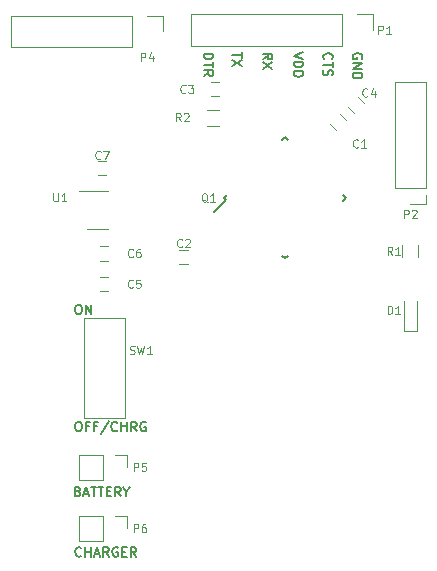
<source format=gto>
G04 #@! TF.FileFunction,Legend,Top*
%FSLAX46Y46*%
G04 Gerber Fmt 4.6, Leading zero omitted, Abs format (unit mm)*
G04 Created by KiCad (PCBNEW 4.0.4-stable) date Wednesday, September 27, 2017 'PMt' 07:18:26 PM*
%MOMM*%
%LPD*%
G01*
G04 APERTURE LIST*
%ADD10C,0.100000*%
%ADD11C,0.150000*%
%ADD12C,0.120000*%
G04 APERTURE END LIST*
D10*
D11*
X147142857Y-131461905D02*
X147295238Y-131461905D01*
X147371429Y-131500000D01*
X147447619Y-131576190D01*
X147485714Y-131728571D01*
X147485714Y-131995238D01*
X147447619Y-132147619D01*
X147371429Y-132223810D01*
X147295238Y-132261905D01*
X147142857Y-132261905D01*
X147066667Y-132223810D01*
X146990476Y-132147619D01*
X146952381Y-131995238D01*
X146952381Y-131728571D01*
X146990476Y-131576190D01*
X147066667Y-131500000D01*
X147142857Y-131461905D01*
X148095238Y-131842857D02*
X147828571Y-131842857D01*
X147828571Y-132261905D02*
X147828571Y-131461905D01*
X148209524Y-131461905D01*
X148780952Y-131842857D02*
X148514285Y-131842857D01*
X148514285Y-132261905D02*
X148514285Y-131461905D01*
X148895238Y-131461905D01*
X149771428Y-131423810D02*
X149085713Y-132452381D01*
X150495237Y-132185714D02*
X150457142Y-132223810D01*
X150342856Y-132261905D01*
X150266666Y-132261905D01*
X150152380Y-132223810D01*
X150076189Y-132147619D01*
X150038094Y-132071429D01*
X149999999Y-131919048D01*
X149999999Y-131804762D01*
X150038094Y-131652381D01*
X150076189Y-131576190D01*
X150152380Y-131500000D01*
X150266666Y-131461905D01*
X150342856Y-131461905D01*
X150457142Y-131500000D01*
X150495237Y-131538095D01*
X150838094Y-132261905D02*
X150838094Y-131461905D01*
X150838094Y-131842857D02*
X151295237Y-131842857D01*
X151295237Y-132261905D02*
X151295237Y-131461905D01*
X152133332Y-132261905D02*
X151866665Y-131880952D01*
X151676189Y-132261905D02*
X151676189Y-131461905D01*
X151980951Y-131461905D01*
X152057142Y-131500000D01*
X152095237Y-131538095D01*
X152133332Y-131614286D01*
X152133332Y-131728571D01*
X152095237Y-131804762D01*
X152057142Y-131842857D01*
X151980951Y-131880952D01*
X151676189Y-131880952D01*
X152895237Y-131500000D02*
X152819046Y-131461905D01*
X152704761Y-131461905D01*
X152590475Y-131500000D01*
X152514284Y-131576190D01*
X152476189Y-131652381D01*
X152438094Y-131804762D01*
X152438094Y-131919048D01*
X152476189Y-132071429D01*
X152514284Y-132147619D01*
X152590475Y-132223810D01*
X152704761Y-132261905D01*
X152780951Y-132261905D01*
X152895237Y-132223810D01*
X152933332Y-132185714D01*
X152933332Y-131919048D01*
X152780951Y-131919048D01*
X147142857Y-121561905D02*
X147295238Y-121561905D01*
X147371429Y-121600000D01*
X147447619Y-121676190D01*
X147485714Y-121828571D01*
X147485714Y-122095238D01*
X147447619Y-122247619D01*
X147371429Y-122323810D01*
X147295238Y-122361905D01*
X147142857Y-122361905D01*
X147066667Y-122323810D01*
X146990476Y-122247619D01*
X146952381Y-122095238D01*
X146952381Y-121828571D01*
X146990476Y-121676190D01*
X147066667Y-121600000D01*
X147142857Y-121561905D01*
X147828571Y-122361905D02*
X147828571Y-121561905D01*
X148285714Y-122361905D01*
X148285714Y-121561905D01*
X166238095Y-100176190D02*
X165438095Y-100442857D01*
X166238095Y-100709524D01*
X165438095Y-100976190D02*
X166238095Y-100976190D01*
X166238095Y-101166666D01*
X166200000Y-101280952D01*
X166123810Y-101357143D01*
X166047619Y-101395238D01*
X165895238Y-101433333D01*
X165780952Y-101433333D01*
X165628571Y-101395238D01*
X165552381Y-101357143D01*
X165476190Y-101280952D01*
X165438095Y-101166666D01*
X165438095Y-100976190D01*
X165438095Y-101776190D02*
X166238095Y-101776190D01*
X166238095Y-101966666D01*
X166200000Y-102080952D01*
X166123810Y-102157143D01*
X166047619Y-102195238D01*
X165895238Y-102233333D01*
X165780952Y-102233333D01*
X165628571Y-102195238D01*
X165552381Y-102157143D01*
X165476190Y-102080952D01*
X165438095Y-101966666D01*
X165438095Y-101776190D01*
X171200000Y-100709524D02*
X171238095Y-100633333D01*
X171238095Y-100519048D01*
X171200000Y-100404762D01*
X171123810Y-100328571D01*
X171047619Y-100290476D01*
X170895238Y-100252381D01*
X170780952Y-100252381D01*
X170628571Y-100290476D01*
X170552381Y-100328571D01*
X170476190Y-100404762D01*
X170438095Y-100519048D01*
X170438095Y-100595238D01*
X170476190Y-100709524D01*
X170514286Y-100747619D01*
X170780952Y-100747619D01*
X170780952Y-100595238D01*
X170438095Y-101090476D02*
X171238095Y-101090476D01*
X170438095Y-101547619D01*
X171238095Y-101547619D01*
X170438095Y-101928571D02*
X171238095Y-101928571D01*
X171238095Y-102119047D01*
X171200000Y-102233333D01*
X171123810Y-102309524D01*
X171047619Y-102347619D01*
X170895238Y-102385714D01*
X170780952Y-102385714D01*
X170628571Y-102347619D01*
X170552381Y-102309524D01*
X170476190Y-102233333D01*
X170438095Y-102119047D01*
X170438095Y-101928571D01*
X168014286Y-100747619D02*
X167976190Y-100709524D01*
X167938095Y-100595238D01*
X167938095Y-100519048D01*
X167976190Y-100404762D01*
X168052381Y-100328571D01*
X168128571Y-100290476D01*
X168280952Y-100252381D01*
X168395238Y-100252381D01*
X168547619Y-100290476D01*
X168623810Y-100328571D01*
X168700000Y-100404762D01*
X168738095Y-100519048D01*
X168738095Y-100595238D01*
X168700000Y-100709524D01*
X168661905Y-100747619D01*
X168738095Y-100976190D02*
X168738095Y-101433333D01*
X167938095Y-101204762D02*
X168738095Y-101204762D01*
X167976190Y-101661905D02*
X167938095Y-101776191D01*
X167938095Y-101966667D01*
X167976190Y-102042857D01*
X168014286Y-102080953D01*
X168090476Y-102119048D01*
X168166667Y-102119048D01*
X168242857Y-102080953D01*
X168280952Y-102042857D01*
X168319048Y-101966667D01*
X168357143Y-101814286D01*
X168395238Y-101738095D01*
X168433333Y-101700000D01*
X168509524Y-101661905D01*
X168585714Y-101661905D01*
X168661905Y-101700000D01*
X168700000Y-101738095D01*
X168738095Y-101814286D01*
X168738095Y-102004762D01*
X168700000Y-102119048D01*
X162838095Y-100747619D02*
X163219048Y-100480952D01*
X162838095Y-100290476D02*
X163638095Y-100290476D01*
X163638095Y-100595238D01*
X163600000Y-100671429D01*
X163561905Y-100709524D01*
X163485714Y-100747619D01*
X163371429Y-100747619D01*
X163295238Y-100709524D01*
X163257143Y-100671429D01*
X163219048Y-100595238D01*
X163219048Y-100290476D01*
X163638095Y-101014286D02*
X162838095Y-101547619D01*
X163638095Y-101547619D02*
X162838095Y-101014286D01*
X161038095Y-100176190D02*
X161038095Y-100633333D01*
X160238095Y-100404762D02*
X161038095Y-100404762D01*
X161038095Y-100823810D02*
X160238095Y-101357143D01*
X161038095Y-101357143D02*
X160238095Y-100823810D01*
X157838095Y-100290476D02*
X158638095Y-100290476D01*
X158638095Y-100480952D01*
X158600000Y-100595238D01*
X158523810Y-100671429D01*
X158447619Y-100709524D01*
X158295238Y-100747619D01*
X158180952Y-100747619D01*
X158028571Y-100709524D01*
X157952381Y-100671429D01*
X157876190Y-100595238D01*
X157838095Y-100480952D01*
X157838095Y-100290476D01*
X158638095Y-100976190D02*
X158638095Y-101433333D01*
X157838095Y-101204762D02*
X158638095Y-101204762D01*
X157838095Y-102157143D02*
X158219048Y-101890476D01*
X157838095Y-101700000D02*
X158638095Y-101700000D01*
X158638095Y-102004762D01*
X158600000Y-102080953D01*
X158561905Y-102119048D01*
X158485714Y-102157143D01*
X158371429Y-102157143D01*
X158295238Y-102119048D01*
X158257143Y-102080953D01*
X158219048Y-102004762D01*
X158219048Y-101700000D01*
X147157143Y-137342857D02*
X147271429Y-137380952D01*
X147309524Y-137419048D01*
X147347619Y-137495238D01*
X147347619Y-137609524D01*
X147309524Y-137685714D01*
X147271429Y-137723810D01*
X147195238Y-137761905D01*
X146890476Y-137761905D01*
X146890476Y-136961905D01*
X147157143Y-136961905D01*
X147233333Y-137000000D01*
X147271429Y-137038095D01*
X147309524Y-137114286D01*
X147309524Y-137190476D01*
X147271429Y-137266667D01*
X147233333Y-137304762D01*
X147157143Y-137342857D01*
X146890476Y-137342857D01*
X147652381Y-137533333D02*
X148033333Y-137533333D01*
X147576190Y-137761905D02*
X147842857Y-136961905D01*
X148109524Y-137761905D01*
X148261904Y-136961905D02*
X148719047Y-136961905D01*
X148490476Y-137761905D02*
X148490476Y-136961905D01*
X148871428Y-136961905D02*
X149328571Y-136961905D01*
X149100000Y-137761905D02*
X149100000Y-136961905D01*
X149595238Y-137342857D02*
X149861905Y-137342857D01*
X149976191Y-137761905D02*
X149595238Y-137761905D01*
X149595238Y-136961905D01*
X149976191Y-136961905D01*
X150776191Y-137761905D02*
X150509524Y-137380952D01*
X150319048Y-137761905D02*
X150319048Y-136961905D01*
X150623810Y-136961905D01*
X150700001Y-137000000D01*
X150738096Y-137038095D01*
X150776191Y-137114286D01*
X150776191Y-137228571D01*
X150738096Y-137304762D01*
X150700001Y-137342857D01*
X150623810Y-137380952D01*
X150319048Y-137380952D01*
X151271429Y-137380952D02*
X151271429Y-137761905D01*
X151004762Y-136961905D02*
X151271429Y-137380952D01*
X151538096Y-136961905D01*
X147447619Y-142785714D02*
X147409524Y-142823810D01*
X147295238Y-142861905D01*
X147219048Y-142861905D01*
X147104762Y-142823810D01*
X147028571Y-142747619D01*
X146990476Y-142671429D01*
X146952381Y-142519048D01*
X146952381Y-142404762D01*
X146990476Y-142252381D01*
X147028571Y-142176190D01*
X147104762Y-142100000D01*
X147219048Y-142061905D01*
X147295238Y-142061905D01*
X147409524Y-142100000D01*
X147447619Y-142138095D01*
X147790476Y-142861905D02*
X147790476Y-142061905D01*
X147790476Y-142442857D02*
X148247619Y-142442857D01*
X148247619Y-142861905D02*
X148247619Y-142061905D01*
X148590476Y-142633333D02*
X148971428Y-142633333D01*
X148514285Y-142861905D02*
X148780952Y-142061905D01*
X149047619Y-142861905D01*
X149771428Y-142861905D02*
X149504761Y-142480952D01*
X149314285Y-142861905D02*
X149314285Y-142061905D01*
X149619047Y-142061905D01*
X149695238Y-142100000D01*
X149733333Y-142138095D01*
X149771428Y-142214286D01*
X149771428Y-142328571D01*
X149733333Y-142404762D01*
X149695238Y-142442857D01*
X149619047Y-142480952D01*
X149314285Y-142480952D01*
X150533333Y-142100000D02*
X150457142Y-142061905D01*
X150342857Y-142061905D01*
X150228571Y-142100000D01*
X150152380Y-142176190D01*
X150114285Y-142252381D01*
X150076190Y-142404762D01*
X150076190Y-142519048D01*
X150114285Y-142671429D01*
X150152380Y-142747619D01*
X150228571Y-142823810D01*
X150342857Y-142861905D01*
X150419047Y-142861905D01*
X150533333Y-142823810D01*
X150571428Y-142785714D01*
X150571428Y-142519048D01*
X150419047Y-142519048D01*
X150914285Y-142442857D02*
X151180952Y-142442857D01*
X151295238Y-142861905D02*
X150914285Y-142861905D01*
X150914285Y-142061905D01*
X151295238Y-142061905D01*
X152095238Y-142861905D02*
X151828571Y-142480952D01*
X151638095Y-142861905D02*
X151638095Y-142061905D01*
X151942857Y-142061905D01*
X152019048Y-142100000D01*
X152057143Y-142138095D01*
X152095238Y-142214286D01*
X152095238Y-142328571D01*
X152057143Y-142404762D01*
X152019048Y-142442857D01*
X151942857Y-142480952D01*
X151638095Y-142480952D01*
D12*
X176630000Y-111655000D02*
X176630000Y-102705000D01*
X176630000Y-102705000D02*
X173970000Y-102705000D01*
X173970000Y-102705000D02*
X173970000Y-111655000D01*
X173970000Y-111655000D02*
X176630000Y-111655000D01*
X176630000Y-112290000D02*
X176630000Y-112985000D01*
X176630000Y-112985000D02*
X175300000Y-112985000D01*
X151730000Y-97070000D02*
X141510000Y-97070000D01*
X141510000Y-97070000D02*
X141510000Y-99730000D01*
X141510000Y-99730000D02*
X151730000Y-99730000D01*
X151730000Y-99730000D02*
X151730000Y-97070000D01*
X153000000Y-97070000D02*
X154330000Y-97070000D01*
X154330000Y-97070000D02*
X154330000Y-98400000D01*
X169530000Y-96970000D02*
X156770000Y-96970000D01*
X156770000Y-96970000D02*
X156770000Y-99630000D01*
X156770000Y-99630000D02*
X169530000Y-99630000D01*
X169530000Y-99630000D02*
X169530000Y-96970000D01*
X170800000Y-96970000D02*
X172130000Y-96970000D01*
X172130000Y-96970000D02*
X172130000Y-98300000D01*
D11*
X159573476Y-112500000D02*
X159732575Y-112659099D01*
X164700000Y-107373476D02*
X164929810Y-107603286D01*
X169826524Y-112500000D02*
X169596714Y-112270190D01*
X164700000Y-117626524D02*
X164470190Y-117396714D01*
X159573476Y-112500000D02*
X159803286Y-112270190D01*
X164700000Y-117626524D02*
X164929810Y-117396714D01*
X169826524Y-112500000D02*
X169596714Y-112729810D01*
X164700000Y-107373476D02*
X164470190Y-107603286D01*
X159732575Y-112659099D02*
X158724948Y-113666726D01*
D12*
X169023223Y-106771751D02*
X168528249Y-106276777D01*
X169376777Y-105428249D02*
X169871751Y-105923223D01*
X156450000Y-118100000D02*
X155750000Y-118100000D01*
X155750000Y-116900000D02*
X156450000Y-116900000D01*
X159150000Y-103900000D02*
X158450000Y-103900000D01*
X158450000Y-102700000D02*
X159150000Y-102700000D01*
X170523223Y-105271751D02*
X170028249Y-104776777D01*
X170876777Y-103928249D02*
X171371751Y-104423223D01*
X149050000Y-119200000D02*
X149750000Y-119200000D01*
X149750000Y-120400000D02*
X149050000Y-120400000D01*
X149750000Y-117800000D02*
X149050000Y-117800000D01*
X149050000Y-116600000D02*
X149750000Y-116600000D01*
X149550000Y-110600000D02*
X148850000Y-110600000D01*
X148850000Y-109400000D02*
X149550000Y-109400000D01*
X174620000Y-117500000D02*
X174620000Y-116500000D01*
X175980000Y-116500000D02*
X175980000Y-117500000D01*
X159100000Y-106380000D02*
X158100000Y-106380000D01*
X158100000Y-105020000D02*
X159100000Y-105020000D01*
D10*
X151150000Y-122650000D02*
X147650000Y-122650000D01*
X151150000Y-131150000D02*
X147650000Y-131150000D01*
X147650000Y-122650000D02*
X147650000Y-131150000D01*
X151150000Y-122650000D02*
X151150000Y-131150000D01*
D12*
X147900000Y-115110000D02*
X149700000Y-115110000D01*
X149700000Y-111890000D02*
X147250000Y-111890000D01*
X149300000Y-134240000D02*
X147240000Y-134240000D01*
X147240000Y-134240000D02*
X147240000Y-136360000D01*
X147240000Y-136360000D02*
X149300000Y-136360000D01*
X149300000Y-136360000D02*
X149300000Y-134240000D01*
X150300000Y-134240000D02*
X151360000Y-134240000D01*
X151360000Y-134240000D02*
X151360000Y-135300000D01*
X174750000Y-123800000D02*
X175850000Y-123800000D01*
X175850000Y-123800000D02*
X175850000Y-121200000D01*
X174750000Y-123800000D02*
X174750000Y-121200000D01*
X149300000Y-139402000D02*
X147240000Y-139402000D01*
X147240000Y-139402000D02*
X147240000Y-141522000D01*
X147240000Y-141522000D02*
X149300000Y-141522000D01*
X149300000Y-141522000D02*
X149300000Y-139402000D01*
X150300000Y-139402000D02*
X151360000Y-139402000D01*
X151360000Y-139402000D02*
X151360000Y-140462000D01*
D10*
X174783334Y-114206667D02*
X174783334Y-113506667D01*
X175050000Y-113506667D01*
X175116667Y-113540000D01*
X175150000Y-113573333D01*
X175183334Y-113640000D01*
X175183334Y-113740000D01*
X175150000Y-113806667D01*
X175116667Y-113840000D01*
X175050000Y-113873333D01*
X174783334Y-113873333D01*
X175450000Y-113573333D02*
X175483334Y-113540000D01*
X175550000Y-113506667D01*
X175716667Y-113506667D01*
X175783334Y-113540000D01*
X175816667Y-113573333D01*
X175850000Y-113640000D01*
X175850000Y-113706667D01*
X175816667Y-113806667D01*
X175416667Y-114206667D01*
X175850000Y-114206667D01*
X152483334Y-100916667D02*
X152483334Y-100216667D01*
X152750000Y-100216667D01*
X152816667Y-100250000D01*
X152850000Y-100283333D01*
X152883334Y-100350000D01*
X152883334Y-100450000D01*
X152850000Y-100516667D01*
X152816667Y-100550000D01*
X152750000Y-100583333D01*
X152483334Y-100583333D01*
X153483334Y-100450000D02*
X153483334Y-100916667D01*
X153316667Y-100183333D02*
X153150000Y-100683333D01*
X153583334Y-100683333D01*
X172598334Y-98616667D02*
X172598334Y-97916667D01*
X172865000Y-97916667D01*
X172931667Y-97950000D01*
X172965000Y-97983333D01*
X172998334Y-98050000D01*
X172998334Y-98150000D01*
X172965000Y-98216667D01*
X172931667Y-98250000D01*
X172865000Y-98283333D01*
X172598334Y-98283333D01*
X173665000Y-98616667D02*
X173265000Y-98616667D01*
X173465000Y-98616667D02*
X173465000Y-97916667D01*
X173398334Y-98016667D01*
X173331667Y-98083333D01*
X173265000Y-98116667D01*
X158156332Y-112883333D02*
X158089666Y-112850000D01*
X158022999Y-112783333D01*
X157922999Y-112683333D01*
X157856332Y-112650000D01*
X157789666Y-112650000D01*
X157822999Y-112816667D02*
X157756332Y-112783333D01*
X157689666Y-112716667D01*
X157656332Y-112583333D01*
X157656332Y-112350000D01*
X157689666Y-112216667D01*
X157756332Y-112150000D01*
X157822999Y-112116667D01*
X157956332Y-112116667D01*
X158022999Y-112150000D01*
X158089666Y-112216667D01*
X158122999Y-112350000D01*
X158122999Y-112583333D01*
X158089666Y-112716667D01*
X158022999Y-112783333D01*
X157956332Y-112816667D01*
X157822999Y-112816667D01*
X158789665Y-112816667D02*
X158389665Y-112816667D01*
X158589665Y-112816667D02*
X158589665Y-112116667D01*
X158522999Y-112216667D01*
X158456332Y-112283333D01*
X158389665Y-112316667D01*
X170884334Y-108170000D02*
X170851000Y-108203333D01*
X170751000Y-108236667D01*
X170684334Y-108236667D01*
X170584334Y-108203333D01*
X170517667Y-108136667D01*
X170484334Y-108070000D01*
X170451000Y-107936667D01*
X170451000Y-107836667D01*
X170484334Y-107703333D01*
X170517667Y-107636667D01*
X170584334Y-107570000D01*
X170684334Y-107536667D01*
X170751000Y-107536667D01*
X170851000Y-107570000D01*
X170884334Y-107603333D01*
X171551000Y-108236667D02*
X171151000Y-108236667D01*
X171351000Y-108236667D02*
X171351000Y-107536667D01*
X171284334Y-107636667D01*
X171217667Y-107703333D01*
X171151000Y-107736667D01*
X155983334Y-116607000D02*
X155950000Y-116640333D01*
X155850000Y-116673667D01*
X155783334Y-116673667D01*
X155683334Y-116640333D01*
X155616667Y-116573667D01*
X155583334Y-116507000D01*
X155550000Y-116373667D01*
X155550000Y-116273667D01*
X155583334Y-116140333D01*
X155616667Y-116073667D01*
X155683334Y-116007000D01*
X155783334Y-115973667D01*
X155850000Y-115973667D01*
X155950000Y-116007000D01*
X155983334Y-116040333D01*
X156250000Y-116040333D02*
X156283334Y-116007000D01*
X156350000Y-115973667D01*
X156516667Y-115973667D01*
X156583334Y-116007000D01*
X156616667Y-116040333D01*
X156650000Y-116107000D01*
X156650000Y-116173667D01*
X156616667Y-116273667D01*
X156216667Y-116673667D01*
X156650000Y-116673667D01*
X156283334Y-103553571D02*
X156250000Y-103587381D01*
X156150000Y-103621190D01*
X156083334Y-103621190D01*
X155983334Y-103587381D01*
X155916667Y-103519762D01*
X155883334Y-103452143D01*
X155850000Y-103316905D01*
X155850000Y-103215476D01*
X155883334Y-103080238D01*
X155916667Y-103012619D01*
X155983334Y-102945000D01*
X156083334Y-102911190D01*
X156150000Y-102911190D01*
X156250000Y-102945000D01*
X156283334Y-102978810D01*
X156516667Y-102911190D02*
X156950000Y-102911190D01*
X156716667Y-103181667D01*
X156816667Y-103181667D01*
X156883334Y-103215476D01*
X156916667Y-103249286D01*
X156950000Y-103316905D01*
X156950000Y-103485952D01*
X156916667Y-103553571D01*
X156883334Y-103587381D01*
X156816667Y-103621190D01*
X156616667Y-103621190D01*
X156550000Y-103587381D01*
X156516667Y-103553571D01*
X171683334Y-103850000D02*
X171650000Y-103883333D01*
X171550000Y-103916667D01*
X171483334Y-103916667D01*
X171383334Y-103883333D01*
X171316667Y-103816667D01*
X171283334Y-103750000D01*
X171250000Y-103616667D01*
X171250000Y-103516667D01*
X171283334Y-103383333D01*
X171316667Y-103316667D01*
X171383334Y-103250000D01*
X171483334Y-103216667D01*
X171550000Y-103216667D01*
X171650000Y-103250000D01*
X171683334Y-103283333D01*
X172283334Y-103450000D02*
X172283334Y-103916667D01*
X172116667Y-103183333D02*
X171950000Y-103683333D01*
X172383334Y-103683333D01*
X151823334Y-120050000D02*
X151790000Y-120083333D01*
X151690000Y-120116667D01*
X151623334Y-120116667D01*
X151523334Y-120083333D01*
X151456667Y-120016667D01*
X151423334Y-119950000D01*
X151390000Y-119816667D01*
X151390000Y-119716667D01*
X151423334Y-119583333D01*
X151456667Y-119516667D01*
X151523334Y-119450000D01*
X151623334Y-119416667D01*
X151690000Y-119416667D01*
X151790000Y-119450000D01*
X151823334Y-119483333D01*
X152456667Y-119416667D02*
X152123334Y-119416667D01*
X152090000Y-119750000D01*
X152123334Y-119716667D01*
X152190000Y-119683333D01*
X152356667Y-119683333D01*
X152423334Y-119716667D01*
X152456667Y-119750000D01*
X152490000Y-119816667D01*
X152490000Y-119983333D01*
X152456667Y-120050000D01*
X152423334Y-120083333D01*
X152356667Y-120116667D01*
X152190000Y-120116667D01*
X152123334Y-120083333D01*
X152090000Y-120050000D01*
X151823334Y-117450000D02*
X151790000Y-117483333D01*
X151690000Y-117516667D01*
X151623334Y-117516667D01*
X151523334Y-117483333D01*
X151456667Y-117416667D01*
X151423334Y-117350000D01*
X151390000Y-117216667D01*
X151390000Y-117116667D01*
X151423334Y-116983333D01*
X151456667Y-116916667D01*
X151523334Y-116850000D01*
X151623334Y-116816667D01*
X151690000Y-116816667D01*
X151790000Y-116850000D01*
X151823334Y-116883333D01*
X152423334Y-116816667D02*
X152290000Y-116816667D01*
X152223334Y-116850000D01*
X152190000Y-116883333D01*
X152123334Y-116983333D01*
X152090000Y-117116667D01*
X152090000Y-117383333D01*
X152123334Y-117450000D01*
X152156667Y-117483333D01*
X152223334Y-117516667D01*
X152356667Y-117516667D01*
X152423334Y-117483333D01*
X152456667Y-117450000D01*
X152490000Y-117383333D01*
X152490000Y-117216667D01*
X152456667Y-117150000D01*
X152423334Y-117116667D01*
X152356667Y-117083333D01*
X152223334Y-117083333D01*
X152156667Y-117116667D01*
X152123334Y-117150000D01*
X152090000Y-117216667D01*
X149083334Y-109150000D02*
X149050000Y-109183333D01*
X148950000Y-109216667D01*
X148883334Y-109216667D01*
X148783334Y-109183333D01*
X148716667Y-109116667D01*
X148683334Y-109050000D01*
X148650000Y-108916667D01*
X148650000Y-108816667D01*
X148683334Y-108683333D01*
X148716667Y-108616667D01*
X148783334Y-108550000D01*
X148883334Y-108516667D01*
X148950000Y-108516667D01*
X149050000Y-108550000D01*
X149083334Y-108583333D01*
X149316667Y-108516667D02*
X149783334Y-108516667D01*
X149483334Y-109216667D01*
X173783334Y-117316667D02*
X173550000Y-116983333D01*
X173383334Y-117316667D02*
X173383334Y-116616667D01*
X173650000Y-116616667D01*
X173716667Y-116650000D01*
X173750000Y-116683333D01*
X173783334Y-116750000D01*
X173783334Y-116850000D01*
X173750000Y-116916667D01*
X173716667Y-116950000D01*
X173650000Y-116983333D01*
X173383334Y-116983333D01*
X174450000Y-117316667D02*
X174050000Y-117316667D01*
X174250000Y-117316667D02*
X174250000Y-116616667D01*
X174183334Y-116716667D01*
X174116667Y-116783333D01*
X174050000Y-116816667D01*
X155883334Y-106016667D02*
X155650000Y-105683333D01*
X155483334Y-106016667D02*
X155483334Y-105316667D01*
X155750000Y-105316667D01*
X155816667Y-105350000D01*
X155850000Y-105383333D01*
X155883334Y-105450000D01*
X155883334Y-105550000D01*
X155850000Y-105616667D01*
X155816667Y-105650000D01*
X155750000Y-105683333D01*
X155483334Y-105683333D01*
X156150000Y-105383333D02*
X156183334Y-105350000D01*
X156250000Y-105316667D01*
X156416667Y-105316667D01*
X156483334Y-105350000D01*
X156516667Y-105383333D01*
X156550000Y-105450000D01*
X156550000Y-105516667D01*
X156516667Y-105616667D01*
X156116667Y-106016667D01*
X156550000Y-106016667D01*
X151566666Y-125683333D02*
X151666666Y-125716667D01*
X151833333Y-125716667D01*
X151900000Y-125683333D01*
X151933333Y-125650000D01*
X151966666Y-125583333D01*
X151966666Y-125516667D01*
X151933333Y-125450000D01*
X151900000Y-125416667D01*
X151833333Y-125383333D01*
X151700000Y-125350000D01*
X151633333Y-125316667D01*
X151600000Y-125283333D01*
X151566666Y-125216667D01*
X151566666Y-125150000D01*
X151600000Y-125083333D01*
X151633333Y-125050000D01*
X151700000Y-125016667D01*
X151866666Y-125016667D01*
X151966666Y-125050000D01*
X152200000Y-125016667D02*
X152366667Y-125716667D01*
X152500000Y-125216667D01*
X152633333Y-125716667D01*
X152800000Y-125016667D01*
X153433333Y-125716667D02*
X153033333Y-125716667D01*
X153233333Y-125716667D02*
X153233333Y-125016667D01*
X153166667Y-125116667D01*
X153100000Y-125183333D01*
X153033333Y-125216667D01*
X145091667Y-112100667D02*
X145091667Y-112667333D01*
X145125000Y-112734000D01*
X145158333Y-112767333D01*
X145225000Y-112800667D01*
X145358333Y-112800667D01*
X145425000Y-112767333D01*
X145458333Y-112734000D01*
X145491667Y-112667333D01*
X145491667Y-112100667D01*
X146191666Y-112800667D02*
X145791666Y-112800667D01*
X145991666Y-112800667D02*
X145991666Y-112100667D01*
X145925000Y-112200667D01*
X145858333Y-112267333D01*
X145791666Y-112300667D01*
X151883334Y-135616667D02*
X151883334Y-134916667D01*
X152150000Y-134916667D01*
X152216667Y-134950000D01*
X152250000Y-134983333D01*
X152283334Y-135050000D01*
X152283334Y-135150000D01*
X152250000Y-135216667D01*
X152216667Y-135250000D01*
X152150000Y-135283333D01*
X151883334Y-135283333D01*
X152916667Y-134916667D02*
X152583334Y-134916667D01*
X152550000Y-135250000D01*
X152583334Y-135216667D01*
X152650000Y-135183333D01*
X152816667Y-135183333D01*
X152883334Y-135216667D01*
X152916667Y-135250000D01*
X152950000Y-135316667D01*
X152950000Y-135483333D01*
X152916667Y-135550000D01*
X152883334Y-135583333D01*
X152816667Y-135616667D01*
X152650000Y-135616667D01*
X152583334Y-135583333D01*
X152550000Y-135550000D01*
X173383334Y-122316667D02*
X173383334Y-121616667D01*
X173550000Y-121616667D01*
X173650000Y-121650000D01*
X173716667Y-121716667D01*
X173750000Y-121783333D01*
X173783334Y-121916667D01*
X173783334Y-122016667D01*
X173750000Y-122150000D01*
X173716667Y-122216667D01*
X173650000Y-122283333D01*
X173550000Y-122316667D01*
X173383334Y-122316667D01*
X174450000Y-122316667D02*
X174050000Y-122316667D01*
X174250000Y-122316667D02*
X174250000Y-121616667D01*
X174183334Y-121716667D01*
X174116667Y-121783333D01*
X174050000Y-121816667D01*
X151883334Y-140816667D02*
X151883334Y-140116667D01*
X152150000Y-140116667D01*
X152216667Y-140150000D01*
X152250000Y-140183333D01*
X152283334Y-140250000D01*
X152283334Y-140350000D01*
X152250000Y-140416667D01*
X152216667Y-140450000D01*
X152150000Y-140483333D01*
X151883334Y-140483333D01*
X152883334Y-140116667D02*
X152750000Y-140116667D01*
X152683334Y-140150000D01*
X152650000Y-140183333D01*
X152583334Y-140283333D01*
X152550000Y-140416667D01*
X152550000Y-140683333D01*
X152583334Y-140750000D01*
X152616667Y-140783333D01*
X152683334Y-140816667D01*
X152816667Y-140816667D01*
X152883334Y-140783333D01*
X152916667Y-140750000D01*
X152950000Y-140683333D01*
X152950000Y-140516667D01*
X152916667Y-140450000D01*
X152883334Y-140416667D01*
X152816667Y-140383333D01*
X152683334Y-140383333D01*
X152616667Y-140416667D01*
X152583334Y-140450000D01*
X152550000Y-140516667D01*
M02*

</source>
